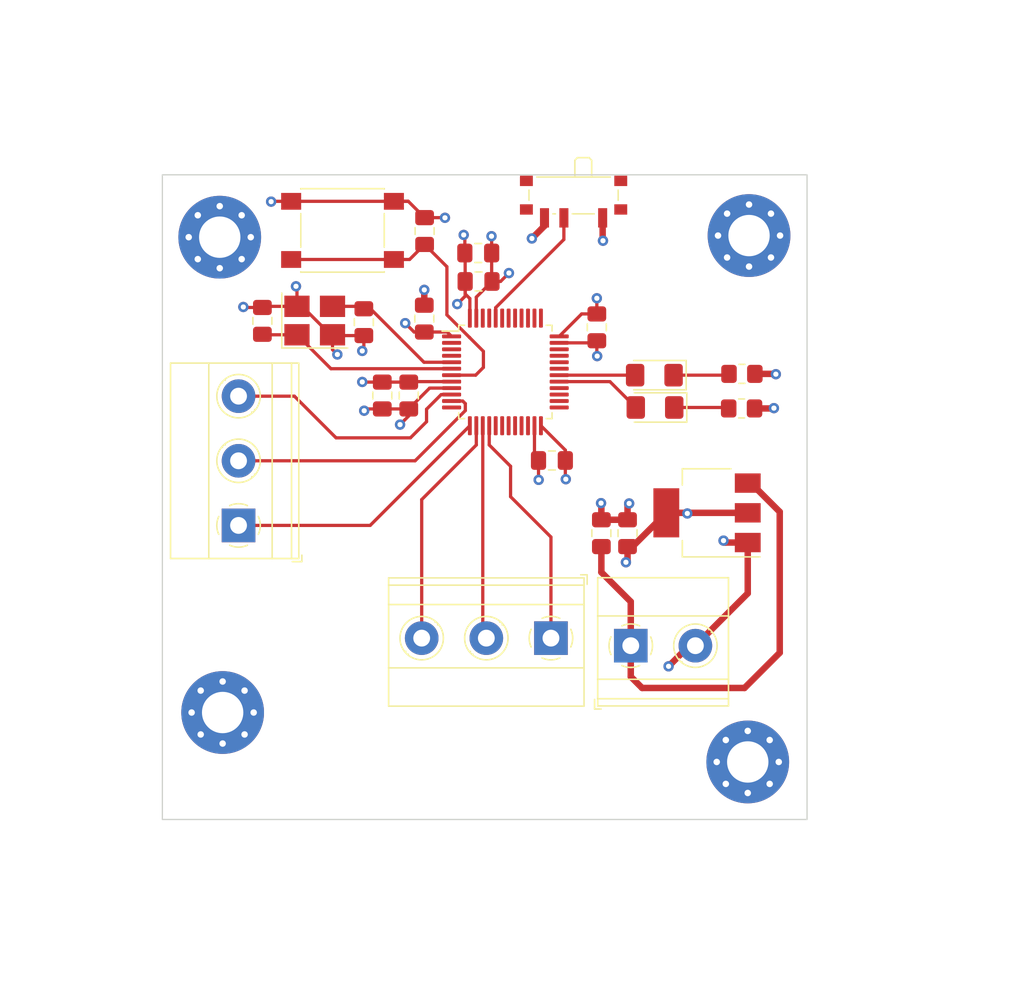
<source format=kicad_pcb>
(kicad_pcb (version 20221018) (generator pcbnew)
  (layers (0 "F.Cu" signal) (1 "In1.Cu" power) (2 "In2.Cu" power) (31 "B.Cu" signal) (34 "B.Paste" user) (35 "F.Paste" user) (36 "B.SilkS" user "B.Silkscreen") (37 "F.SilkS" user "F.Silkscreen") (38 "B.Mask" user) (39 "F.Mask" user) (44 "Edge.Cuts" user))
  (net 0 "")
  (net 1 "HSE_IN")
  (net 2 "GND")
  (net 3 "HSE_OUT")
  (net 4 "NRST")
  (net 5 "+3.3V")
  (net 6 "Net-(D1-K)")
  (net 7 "Net-(D1-A)")
  (net 8 "Net-(D2-K)")
  (net 9 "Net-(D2-A)")
  (net 10 "Temp1")
  (net 11 "WheelSpeed1")
  (net 12 "LinPot1")
  (net 13 "Temp2")
  (net 14 "WheelSpeed2")
  (net 15 "LinPot2")
  (net 16 "Boot0")
  (net 44 "+5V")
  (footprint "Button_Switch_SMD:SW_Push_1P1T_NO_6x6mm_H9.5mm" (layer "F.Cu") (at 127.525 86.95)
    (fp_text reference "SW2" hide)
    (fp_text value "NRST" hide)
    (fp_line (start -3.23 -3.23) (end 3.23 -3.23) (stroke (width 0.12)) (layer "F.SilkS"))
    (fp_line (start -3.23 -3.2) (end -3.23 -3.23) (stroke (width 0.12)) (layer "F.SilkS"))
    (fp_line (start -3.23 -1.3) (end -3.23 1.3) (stroke (width 0.12)) (layer "F.SilkS"))
    (fp_line (start -3.23 3.23) (end -3.23 3.2) (stroke (width 0.12)) (layer "F.SilkS"))
    (fp_line (start -3.23 3.23) (end 3.23 3.23) (stroke (width 0.12)) (layer "F.SilkS"))
    (fp_line (start 3.23 -3.23) (end 3.23 -3.2) (stroke (width 0.12)) (layer "F.SilkS"))
    (fp_line (start 3.23 -1.3) (end 3.23 1.3) (stroke (width 0.12)) (layer "F.SilkS"))
    (fp_line (start 3.23 3.23) (end 3.23 3.2) (stroke (width 0.12)) (layer "F.SilkS"))
    (pad "1" smd rect (at -3.975 -2.25) (size 1.55 1.3) (layers "F.Cu" "F.Paste" "F.Mask") (net 2 "GND"))
    (pad "1" smd rect (at 3.975 -2.25) (size 1.55 1.3) (layers "F.Cu" "F.Paste" "F.Mask") (net 2 "GND"))
    (pad "2" smd rect (at -3.975 2.25) (size 1.55 1.3) (layers "F.Cu" "F.Paste" "F.Mask") (net 4 "NRST"))
    (pad "2" smd rect (at 3.975 2.25) (size 1.55 1.3) (layers "F.Cu" "F.Paste" "F.Mask") (net 4 "NRST"))
  )
  (footprint "Resistor_SMD:R_0805_2012Metric_Pad1.20x1.40mm_HandSolder" (layer "F.Cu") (at 158.425 98.05)
    (fp_text reference "R1" hide)
    (fp_text value "220")
    (fp_line (start -0.227064 -0.735) (end 0.227064 -0.735) (stroke (width 0.12)) (layer "F.SilkS"))
    (fp_line (start -0.227064 0.735) (end 0.227064 0.735) (stroke (width 0.12)) (layer "F.SilkS"))
    (pad "1" smd roundrect (at -1 0) (size 1.2 1.4) (layers "F.Cu" "F.Paste" "F.Mask") (roundrect_rratio 0.208333) (net 8 "Net-(D2-K)"))
    (pad "2" smd roundrect (at 1 0) (size 1.2 1.4) (layers "F.Cu" "F.Paste" "F.Mask") (roundrect_rratio 0.208333) (net 2 "GND"))
  )
  (footprint "TerminalBlock_Phoenix:TerminalBlock_Phoenix_MKDS-1,5-2_1x02_P5.00mm_Horizontal" (layer "F.Cu") (at 149.825 119.08)
    (fp_text reference "J1" hide)
    (fp_text value "PWR")
    (fp_line (start -2.8 4.16) (end -2.8 4.9) (stroke (width 0.12)) (layer "F.SilkS"))
    (fp_line (start -2.8 4.9) (end -2.3 4.9) (stroke (width 0.12)) (layer "F.SilkS"))
    (fp_line (start -2.56 -5.261) (end -2.56 4.66) (stroke (width 0.12)) (layer "F.SilkS"))
    (fp_line (start -2.56 -5.261) (end 7.56 -5.261) (stroke (width 0.12)) (layer "F.SilkS"))
    (fp_line (start -2.56 -2.301) (end 7.56 -2.301) (stroke (width 0.12)) (layer "F.SilkS"))
    (fp_line (start -2.56 2.6) (end 7.56 2.6) (stroke (width 0.12)) (layer "F.SilkS"))
    (fp_line (start -2.56 4.1) (end 7.56 4.1) (stroke (width 0.12)) (layer "F.SilkS"))
    (fp_line (start -2.56 4.66) (end 7.56 4.66) (stroke (width 0.12)) (layer "F.SilkS"))
    (fp_line (start 3.773 1.023) (end 3.726 1.069) (stroke (width 0.12)) (layer "F.SilkS"))
    (fp_line (start 3.966 1.239) (end 3.931 1.274) (stroke (width 0.12)) (layer "F.SilkS"))
    (fp_line (start 6.07 -1.275) (end 6.035 -1.239) (stroke (width 0.12)) (layer "F.SilkS"))
    (fp_line (start 6.275 -1.069) (end 6.228 -1.023) (stroke (width 0.12)) (layer "F.SilkS"))
    (fp_line (start 7.56 -5.261) (end 7.56 4.66) (stroke (width 0.12)) (layer "F.SilkS"))
    (fp_arc (start -1.535427 0.683042) (mid -1.680501 -0.000524) (end -1.535 -0.684) (stroke (width 0.12)) (layer "F.SilkS"))
    (fp_arc (start -0.683042 -1.535427) (mid 0.000524 -1.680501) (end 0.684 -1.535) (stroke (width 0.12)) (layer "F.SilkS"))
    (fp_arc (start 0.028805 1.680253) (mid -0.335551 1.646659) (end -0.684 1.535) (stroke (width 0.12)) (layer "F.SilkS"))
    (fp_arc (start 0.683318 1.534756) (mid 0.349292 1.643288) (end 0 1.68) (stroke (width 0.12)) (layer "F.SilkS"))
    (fp_arc (start 1.535427 -0.683042) (mid 1.680501 0.000524) (end 1.535 0.684) (stroke (width 0.12)) (layer "F.SilkS"))
    (fp_circle (center 5 0) (end 6.68 0) (stroke (width 0.12)) (fill none) (layer "F.SilkS"))
    (pad "1" thru_hole rect (at 0 0) (size 2.6 2.6) (drill 1.3) (layers "*.Cu" "*.Mask") (net 44 "+5V"))
    (pad "2" thru_hole circle (at 5 0) (size 2.6 2.6) (drill 1.3) (layers "*.Cu" "*.Mask") (net 2 "GND"))
  )
  (footprint "MountingHole:MountingHole_3.2mm_M3_Pad_Via" (layer "F.Cu") (at 158.875 128.075)
    (fp_text reference "H4" hide)
    (fp_text value "MountingHole")
    (pad "1" thru_hole circle (at -2.4 0) (size 0.8 0.8) (drill 0.5) (layers "*.Cu" "*.Mask"))
    (pad "1" thru_hole circle (at -1.697056 -1.697056) (size 0.8 0.8) (drill 0.5) (layers "*.Cu" "*.Mask"))
    (pad "1" thru_hole circle (at -1.697056 1.697056) (size 0.8 0.8) (drill 0.5) (layers "*.Cu" "*.Mask"))
    (pad "1" thru_hole circle (at 0 -2.4) (size 0.8 0.8) (drill 0.5) (layers "*.Cu" "*.Mask"))
    (pad "1" thru_hole circle (at 0 0) (size 6.4 6.4) (drill 3.2) (layers "*.Cu" "*.Mask"))
    (pad "1" thru_hole circle (at 0 2.4) (size 0.8 0.8) (drill 0.5) (layers "*.Cu" "*.Mask"))
    (pad "1" thru_hole circle (at 1.697056 -1.697056) (size 0.8 0.8) (drill 0.5) (layers "*.Cu" "*.Mask"))
    (pad "1" thru_hole circle (at 1.697056 1.697056) (size 0.8 0.8) (drill 0.5) (layers "*.Cu" "*.Mask"))
    (pad "1" thru_hole circle (at 2.4 0) (size 0.8 0.8) (drill 0.5) (layers "*.Cu" "*.Mask"))
  )
  (footprint "Capacitor_SMD:C_0805_2012Metric_Pad1.18x1.45mm_HandSolder" (layer "F.Cu") (at 132.65 99.725 90)
    (fp_text reference "C9" hide)
    (fp_text value "100n")
    (fp_line (start -0.261252 -0.735) (end 0.261252 -0.735) (stroke (width 0.12)) (layer "F.SilkS"))
    (fp_line (start -0.261252 0.735) (end 0.261252 0.735) (stroke (width 0.12)) (layer "F.SilkS"))
    (pad "1" smd roundrect (at -1.0375 0 90) (size 1.175 1.45) (layers "F.Cu" "F.Paste" "F.Mask") (roundrect_rratio 0.212766) (net 5 "+3.3V"))
    (pad "2" smd roundrect (at 1.0375 0 90) (size 1.175 1.45) (layers "F.Cu" "F.Paste" "F.Mask") (roundrect_rratio 0.212766) (net 2 "GND"))
  )
  (footprint "Capacitor_SMD:C_0805_2012Metric_Pad1.18x1.45mm_HandSolder" (layer "F.Cu") (at 138.025 88.7)
    (fp_text reference "C8" hide)
    (fp_text value "4.7u")
    (fp_line (start -0.261252 -0.735) (end 0.261252 -0.735) (stroke (width 0.12)) (layer "F.SilkS"))
    (fp_line (start -0.261252 0.735) (end 0.261252 0.735) (stroke (width 0.12)) (layer "F.SilkS"))
    (pad "1" smd roundrect (at -1.0375 0) (size 1.175 1.45) (layers "F.Cu" "F.Paste" "F.Mask") (roundrect_rratio 0.212766) (net 5 "+3.3V"))
    (pad "2" smd roundrect (at 1.0375 0) (size 1.175 1.45) (layers "F.Cu" "F.Paste" "F.Mask") (roundrect_rratio 0.212766) (net 2 "GND"))
  )
  (footprint "LED_SMD:LED_1206_3216Metric_Pad1.42x1.75mm_HandSolder" (layer "F.Cu") (at 151.65 98.15 180)
    (fp_text reference "D2" hide)
    (fp_text value "LED_status 2")
    (fp_line (start -2.46 -1.135) (end -2.46 1.135) (stroke (width 0.12)) (layer "F.SilkS"))
    (fp_line (start -2.46 1.135) (end 1.6 1.135) (stroke (width 0.12)) (layer "F.SilkS"))
    (fp_line (start 1.6 -1.135) (end -2.46 -1.135) (stroke (width 0.12)) (layer "F.SilkS"))
    (pad "1" smd roundrect (at -1.4875 0 180) (size 1.425 1.75) (layers "F.Cu" "F.Paste" "F.Mask") (roundrect_rratio 0.175439) (net 8 "Net-(D2-K)"))
    (pad "2" smd roundrect (at 1.4875 0 180) (size 1.425 1.75) (layers "F.Cu" "F.Paste" "F.Mask") (roundrect_rratio 0.175439) (net 9 "Net-(D2-A)"))
  )
  (footprint "MountingHole:MountingHole_3.2mm_M3_Pad_Via" (layer "F.Cu") (at 118.25 124.25)
    (fp_text reference "H1" hide)
    (fp_text value "MountingHole")
    (pad "1" thru_hole circle (at -2.4 0) (size 0.8 0.8) (drill 0.5) (layers "*.Cu" "*.Mask"))
    (pad "1" thru_hole circle (at -1.697056 -1.697056) (size 0.8 0.8) (drill 0.5) (layers "*.Cu" "*.Mask"))
    (pad "1" thru_hole circle (at -1.697056 1.697056) (size 0.8 0.8) (drill 0.5) (layers "*.Cu" "*.Mask"))
    (pad "1" thru_hole circle (at 0 -2.4) (size 0.8 0.8) (drill 0.5) (layers "*.Cu" "*.Mask"))
    (pad "1" thru_hole circle (at 0 0) (size 6.4 6.4) (drill 3.2) (layers "*.Cu" "*.Mask"))
    (pad "1" thru_hole circle (at 0 2.4) (size 0.8 0.8) (drill 0.5) (layers "*.Cu" "*.Mask"))
    (pad "1" thru_hole circle (at 1.697056 -1.697056) (size 0.8 0.8) (drill 0.5) (layers "*.Cu" "*.Mask"))
    (pad "1" thru_hole circle (at 1.697056 1.697056) (size 0.8 0.8) (drill 0.5) (layers "*.Cu" "*.Mask"))
    (pad "1" thru_hole circle (at 2.4 0) (size 0.8 0.8) (drill 0.5) (layers "*.Cu" "*.Mask"))
  )
  (footprint "Package_QFP:LQFP-48_7x7mm_P0.5mm" (layer "F.Cu") (at 140.125 97.9)
    (fp_text reference "U1" hide)
    (fp_text value "STM32F103C8Tx")
    (fp_line (start -3.61 -3.61) (end -3.61 -3.16) (stroke (width 0.12)) (layer "F.SilkS"))
    (fp_line (start -3.61 -3.16) (end -4.9 -3.16) (stroke (width 0.12)) (layer "F.SilkS"))
    (fp_line (start -3.61 3.61) (end -3.61 3.16) (stroke (width 0.12)) (layer "F.SilkS"))
    (fp_line (start -3.16 -3.61) (end -3.61 -3.61) (stroke (width 0.12)) (layer "F.SilkS"))
    (fp_line (start -3.16 3.61) (end -3.61 3.61) (stroke (width 0.12)) (layer "F.SilkS"))
    (fp_line (start 3.16 -3.61) (end 3.61 -3.61) (stroke (width 0.12)) (layer "F.SilkS"))
    (fp_line (start 3.16 3.61) (end 3.61 3.61) (stroke (width 0.12)) (layer "F.SilkS"))
    (fp_line (start 3.61 -3.61) (end 3.61 -3.16) (stroke (width 0.12)) (layer "F.SilkS"))
    (fp_line (start 3.61 3.61) (end 3.61 3.16) (stroke (width 0.12)) (layer "F.SilkS"))
    (pad "1" smd roundrect (at -4.1625 -2.75) (size 1.475 0.3) (layers "F.Cu" "F.Paste" "F.Mask") (net 5 "+3.3V"))
    (pad "2" smd roundrect (at -4.1625 -2.25) (size 1.475 0.3) (layers "F.Cu" "F.Paste" "F.Mask"))
    (pad "3" smd roundrect (at -4.1625 -1.75) (size 1.475 0.3) (layers "F.Cu" "F.Paste" "F.Mask"))
    (pad "4" smd roundrect (at -4.1625 -1.25) (size 1.475 0.3) (layers "F.Cu" "F.Paste" "F.Mask"))
    (pad "5" smd roundrect (at -4.1625 -0.75) (size 1.475 0.3) (layers "F.Cu" "F.Paste" "F.Mask") (net 3 "HSE_OUT"))
    (pad "6" smd roundrect (at -4.1625 -0.25) (size 1.475 0.3) (layers "F.Cu" "F.Paste" "F.Mask") (net 1 "HSE_IN"))
    (pad "7" smd roundrect (at -4.1625 0.25) (size 1.475 0.3) (layers "F.Cu" "F.Paste" "F.Mask") (net 4 "NRST"))
    (pad "8" smd roundrect (at -4.1625 0.75) (size 1.475 0.3) (layers "F.Cu" "F.Paste" "F.Mask") (net 2 "GND"))
    (pad "9" smd roundrect (at -4.1625 1.25) (size 1.475 0.3) (layers "F.Cu" "F.Paste" "F.Mask") (net 5 "+3.3V"))
    (pad "10" smd roundrect (at -4.1625 1.75) (size 1.475 0.3) (layers "F.Cu" "F.Paste" "F.Mask") (net 12 "LinPot1"))
    (pad "11" smd roundrect (at -4.1625 2.25) (size 1.475 0.3) (layers "F.Cu" "F.Paste" "F.Mask") (net 15 "LinPot2"))
    (pad "12" smd roundrect (at -4.1625 2.75) (size 1.475 0.3) (layers "F.Cu" "F.Paste" "F.Mask"))
    (pad "13" smd roundrect (at -2.75 4.1625) (size 0.3 1.475) (layers "F.Cu" "F.Paste" "F.Mask") (net 11 "WheelSpeed1"))
    (pad "14" smd roundrect (at -2.25 4.1625) (size 0.3 1.475) (layers "F.Cu" "F.Paste" "F.Mask") (net 14 "WheelSpeed2"))
    (pad "15" smd roundrect (at -1.75 4.1625) (size 0.3 1.475) (layers "F.Cu" "F.Paste" "F.Mask") (net 10 "Temp1"))
    (pad "16" smd roundrect (at -1.25 4.1625) (size 0.3 1.475) (layers "F.Cu" "F.Paste" "F.Mask") (net 13 "Temp2"))
    (pad "17" smd roundrect (at -0.75 4.1625) (size 0.3 1.475) (layers "F.Cu" "F.Paste" "F.Mask"))
    (pad "18" smd roundrect (at -0.25 4.1625) (size 0.3 1.475) (layers "F.Cu" "F.Paste" "F.Mask"))
    (pad "19" smd roundrect (at 0.25 4.1625) (size 0.3 1.475) (layers "F.Cu" "F.Paste" "F.Mask"))
    (pad "20" smd roundrect (at 0.75 4.1625) (size 0.3 1.475) (layers "F.Cu" "F.Paste" "F.Mask"))
    (pad "21" smd roundrect (at 1.25 4.1625) (size 0.3 1.475) (layers "F.Cu" "F.Paste" "F.Mask"))
    (pad "22" smd roundrect (at 1.75 4.1625) (size 0.3 1.475) (layers "F.Cu" "F.Paste" "F.Mask"))
    (pad "23" smd roundrect (at 2.25 4.1625) (size 0.3 1.475) (layers "F.Cu" "F.Paste" "F.Mask") (net 2 "GND"))
    (pad "24" smd roundrect (at 2.75 4.1625) (size 0.3 1.475) (layers "F.Cu" "F.Paste" "F.Mask") (net 5 "+3.3V"))
    (pad "25" smd roundrect (at 4.1625 2.75) (size 1.475 0.3) (layers "F.Cu" "F.Paste" "F.Mask"))
    (pad "26" smd roundrect (at 4.1625 2.25) (size 1.475 0.3) (layers "F.Cu" "F.Paste" "F.Mask"))
    (pad "27" smd roundrect (at 4.1625 1.75) (size 1.475 0.3) (layers "F.Cu" "F.Paste" "F.Mask"))
    (pad "28" smd roundrect (at 4.1625 1.25) (size 1.475 0.3) (layers "F.Cu" "F.Paste" "F.Mask"))
    (pad "29" smd roundrect (at 4.1625 0.75) (size 1.475 0.3) (layers "F.Cu" "F.Paste" "F.Mask") (net 7 "Net-(D1-A)"))
    (pad "30" smd roundrect (at 4.1625 0.25) (size 1.475 0.3) (layers "F.Cu" "F.Paste" "F.Mask") (net 9 "Net-(D2-A)"))
    (pad "31" smd roundrect (at 4.1625 -0.25) (size 1.475 0.3) (layers "F.Cu" "F.Paste" "F.Mask"))
    (pad "32" smd roundrect (at 4.1625 -0.75) (size 1.475 0.3) (layers "F.Cu" "F.Paste" "F.Mask"))
    (pad "33" smd roundrect (at 4.1625 -1.25) (size 1.475 0.3) (layers "F.Cu" "F.Paste" "F.Mask"))
    (pad "34" smd roundrect (at 4.1625 -1.75) (size 1.475 0.3) (layers "F.Cu" "F.Paste" "F.Mask"))
    (pad "35" smd roundrect (at 4.1625 -2.25) (size 1.475 0.3) (layers "F.Cu" "F.Paste" "F.Mask") (net 2 "GND"))
    (pad "36" smd roundrect (at 4.1625 -2.75) (size 1.475 0.3) (layers "F.Cu" "F.Paste" "F.Mask") (net 5 "+3.3V"))
    (pad "37" smd roundrect (at 2.75 -4.1625) (size 0.3 1.475) (layers "F.Cu" "F.Paste" "F.Mask"))
    (pad "38" smd roundrect (at 2.25 -4.1625) (size 0.3 1.475) (layers "F.Cu" "F.Paste" "F.Mask"))
    (pad "39" smd roundrect (at 1.75 -4.1625) (size 0.3 1.475) (layers "F.Cu" "F.Paste" "F.Mask"))
    (pad "40" smd roundrect (at 1.25 -4.1625) (size 0.3 1.475) (layers "F.Cu" "F.Paste" "F.Mask"))
    (pad "41" smd roundrect (at 0.75 -4.1625) (size 0.3 1.475) (layers "F.Cu" "F.Paste" "F.Mask"))
    (pad "42" smd roundrect (at 0.25 -4.1625) (size 0.3 1.475) (layers "F.Cu" "F.Paste" "F.Mask"))
    (pad "43" smd roundrect (at -0.25 -4.1625) (size 0.3 1.475) (layers "F.Cu" "F.Paste" "F.Mask"))
    (pad "44" smd roundrect (at -0.75 -4.1625) (size 0.3 1.475) (layers "F.Cu" "F.Paste" "F.Mask") (net 16 "Boot0"))
    (pad "45" smd roundrect (at -1.25 -4.1625) (size 0.3 1.475) (layers "F.Cu" "F.Paste" "F.Mask"))
    (pad "46" smd roundrect (at -1.75 -4.1625) (size 0.3 1.475) (layers "F.Cu" "F.Paste" "F.Mask"))
    (pad "47" smd roundrect (at -2.25 -4.1625) (size 0.3 1.475) (layers "F.Cu" "F.Paste" "F.Mask") (net 2 "GND"))
    (pad "48" smd roundrect (at -2.75 -4.1625) (size 0.3 1.475) (layers "F.Cu" "F.Paste" "F.Mask") (net 5 "+3.3V"))
  )
  (footprint "Capacitor_SMD:C_0805_2012Metric_Pad1.18x1.45mm_HandSolder" (layer "F.Cu") (at 147.2 94.45 -90)
    (fp_text reference "C6" hide)
    (fp_text value "100n")
    (fp_line (start -0.261252 -0.735) (end 0.261252 -0.735) (stroke (width 0.12)) (layer "F.SilkS"))
    (fp_line (start -0.261252 0.735) (end 0.261252 0.735) (stroke (width 0.12)) (layer "F.SilkS"))
    (pad "1" smd roundrect (at -1.0375 0 270) (size 1.175 1.45) (layers "F.Cu" "F.Paste" "F.Mask") (roundrect_rratio 0.212766) (net 5 "+3.3V"))
    (pad "2" smd roundrect (at 1.0375 0 270) (size 1.175 1.45) (layers "F.Cu" "F.Paste" "F.Mask") (roundrect_rratio 0.212766) (net 2 "GND"))
  )
  (footprint "Package_TO_SOT_SMD:SOT-223-3_TabPin2" (layer "F.Cu") (at 155.725 108.8 180)
    (fp_text reference "U2" hide)
    (fp_text value "AMS1117-3.3")
    (fp_line (start -4.1 -3.41) (end 1.91 -3.41) (stroke (width 0.12)) (layer "F.SilkS"))
    (fp_line (start -1.85 3.41) (end 1.91 3.41) (stroke (width 0.12)) (layer "F.SilkS"))
    (fp_line (start 1.91 -3.41) (end 1.91 -2.15) (stroke (width 0.12)) (layer "F.SilkS"))
    (fp_line (start 1.91 3.41) (end 1.91 2.15) (stroke (width 0.12)) (layer "F.SilkS"))
    (pad "1" smd rect (at -3.15 -2.3 180) (size 2 1.5) (layers "F.Cu" "F.Paste" "F.Mask") (net 2 "GND"))
    (pad "2" smd rect (at -3.15 0 180) (size 2 1.5) (layers "F.Cu" "F.Paste" "F.Mask") (net 5 "+3.3V"))
    (pad "2" smd rect (at 3.15 0 180) (size 2 3.8) (layers "F.Cu" "F.Paste" "F.Mask") (net 5 "+3.3V"))
    (pad "3" smd rect (at -3.15 2.3 180) (size 2 1.5) (layers "F.Cu" "F.Paste" "F.Mask") (net 44 "+5V"))
  )
  (footprint "Capacitor_SMD:C_0805_2012Metric_Pad1.18x1.45mm_HandSolder" (layer "F.Cu") (at 147.55 110.375 90)
    (fp_text reference "C12" hide)
    (fp_text value "19u")
    (fp_line (start -0.261252 -0.735) (end 0.261252 -0.735) (stroke (width 0.12)) (layer "F.SilkS"))
    (fp_line (start -0.261252 0.735) (end 0.261252 0.735) (stroke (width 0.12)) (layer "F.SilkS"))
    (pad "1" smd roundrect (at -1.0375 0 90) (size 1.175 1.45) (layers "F.Cu" "F.Paste" "F.Mask") (roundrect_rratio 0.212766) (net 44 "+5V"))
    (pad "2" smd roundrect (at 1.0375 0 90) (size 1.175 1.45) (layers "F.Cu" "F.Paste" "F.Mask") (roundrect_rratio 0.212766) (net 2 "GND"))
  )
  (footprint "Capacitor_SMD:C_0805_2012Metric_Pad1.18x1.45mm_HandSolder" (layer "F.Cu") (at 130.6 99.725 90)
    (fp_text reference "C10" hide)
    (fp_text value "1u")
    (fp_line (start -0.261252 -0.735) (end 0.261252 -0.735) (stroke (width 0.12)) (layer "F.SilkS"))
    (fp_line (start -0.261252 0.735) (end 0.261252 0.735) (stroke (width 0.12)) (layer "F.SilkS"))
    (pad "1" smd roundrect (at -1.0375 0 90) (size 1.175 1.45) (layers "F.Cu" "F.Paste" "F.Mask") (roundrect_rratio 0.212766) (net 5 "+3.3V"))
    (pad "2" smd roundrect (at 1.0375 0 90) (size 1.175 1.45) (layers "F.Cu" "F.Paste" "F.Mask") (roundrect_rratio 0.212766) (net 2 "GND"))
  )
  (footprint "TerminalBlock_Phoenix:TerminalBlock_Phoenix_MKDS-1,5-3_1x03_P5.00mm_Horizontal" (layer "F.Cu") (at 143.65 118.495 180)
    (fp_text reference "J3" hide)
    (fp_text value "Wheel 1 sensors")
    (fp_line (start -2.8 4.16) (end -2.8 4.9) (stroke (width 0.12)) (layer "F.SilkS"))
    (fp_line (start -2.8 4.9) (end -2.3 4.9) (stroke (width 0.12)) (layer "F.SilkS"))
    (fp_line (start -2.56 -5.261) (end -2.56 4.66) (stroke (width 0.12)) (layer "F.SilkS"))
    (fp_line (start -2.56 -5.261) (end 12.56 -5.261) (stroke (width 0.12)) (layer "F.SilkS"))
    (fp_line (start -2.56 -2.301) (end 12.56 -2.301) (stroke (width 0.12)) (layer "F.SilkS"))
    (fp_line (start -2.56 2.6) (end 12.56 2.6) (stroke (width 0.12)) (layer "F.SilkS"))
    (fp_line (start -2.56 4.1) (end 12.56 4.1) (stroke (width 0.12)) (layer "F.SilkS"))
    (fp_line (start -2.56 4.66) (end 12.56 4.66) (stroke (width 0.12)) (layer "F.SilkS"))
    (fp_line (start 3.773 1.023) (end 3.726 1.069) (stroke (width 0.12)) (layer "F.SilkS"))
    (fp_line (start 3.966 1.239) (end 3.931 1.274) (stroke (width 0.12)) (layer "F.SilkS"))
    (fp_line (start 6.07 -1.275) (end 6.035 -1.239) (stroke (width 0.12)) (layer "F.SilkS"))
    (fp_line (start 6.275 -1.069) (end 6.228 -1.023) (stroke (width 0.12)) (layer "F.SilkS"))
    (fp_line (start 8.773 1.023) (end 8.726 1.069) (stroke (width 0.12)) (layer "F.SilkS"))
    (fp_line (start 8.966 1.239) (end 8.931 1.274) (stroke (width 0.12)) (layer "F.SilkS"))
    (fp_line (start 11.07 -1.275) (end 11.035 -1.239) (stroke (width 0.12)) (layer "F.SilkS"))
    (fp_line (start 11.275 -1.069) (end 11.228 -1.023) (stroke (width 0.12)) (layer "F.SilkS"))
    (fp_line (start 12.56 -5.261) (end 12.56 4.66) (stroke (width 0.12)) (layer "F.SilkS"))
    (fp_arc (start -1.535427 0.683042) (mid -1.680501 -0.000524) (end -1.535 -0.684) (stroke (width 0.12)) (layer "F.SilkS"))
    (fp_arc (start -0.683042 -1.535427) (mid 0.000524 -1.680501) (end 0.684 -1.535) (stroke (width 0.12)) (layer "F.SilkS"))
    (fp_arc (start 0.028805 1.680253) (mid -0.335551 1.646659) (end -0.684 1.535) (stroke (width 0.12)) (layer "F.SilkS"))
    (fp_arc (start 0.683318 1.534756) (mid 0.349292 1.643288) (end 0 1.68) (stroke (width 0.12)) (layer "F.SilkS"))
    (fp_arc (start 1.535427 -0.683042) (mid 1.680501 0.000524) (end 1.535 0.684) (stroke (width 0.12)) (layer "F.SilkS"))
    (fp_circle (center 5 0) (end 6.68 0) (stroke (width 0.12)) (fill none) (layer "F.SilkS"))
    (fp_circle (center 10 0) (end 11.68 0) (stroke (width 0.12)) (fill none) (layer "F.SilkS"))
    (pad "1" thru_hole rect (at 0 0 180) (size 2.6 2.6) (drill 1.3) (layers "*.Cu" "*.Mask") (net 13 "Temp2"))
    (pad "2" thru_hole circle (at 5 0 180) (size 2.6 2.6) (drill 1.3) (layers "*.Cu" "*.Mask") (net 10 "Temp1"))
    (pad "3" thru_hole circle (at 10 0 180) (size 2.6 2.6) (drill 1.3) (layers "*.Cu" "*.Mask") (net 14 "WheelSpeed2"))
  )
  (footprint "TerminalBlock_Phoenix:TerminalBlock_Phoenix_MKDS-1,5-3_1x03_P5.00mm_Horizontal" (layer "F.Cu") (at 119.48 109.775 90)
    (fp_text reference "J4" hide)
    (fp_text value "Wheel 2 sensors")
    (fp_line (start -2.8 4.16) (end -2.8 4.9) (stroke (width 0.12)) (layer "F.SilkS"))
    (fp_line (start -2.8 4.9) (end -2.3 4.9) (stroke (width 0.12)) (layer "F.SilkS"))
    (fp_line (start -2.56 -5.261) (end -2.56 4.66) (stroke (width 0.12)) (layer "F.SilkS"))
    (fp_line (start -2.56 -5.261) (end 12.56 -5.261) (stroke (width 0.12)) (layer "F.SilkS"))
    (fp_line (start -2.56 -2.301) (end 12.56 -2.301) (stroke (width 0.12)) (layer "F.SilkS"))
    (fp_line (start -2.56 2.6) (end 12.56 2.6) (stroke (width 0.12)) (layer "F.SilkS"))
    (fp_line (start -2.56 4.1) (end 12.56 4.1) (stroke (width 0.12)) (layer "F.SilkS"))
    (fp_line (start -2.56 4.66) (end 12.56 4.66) (stroke (width 0.12)) (layer "F.SilkS"))
    (fp_line (start 3.773 1.023) (end 3.726 1.069) (stroke (width 0.12)) (layer "F.SilkS"))
    (fp_line (start 3.966 1.239) (end 3.931 1.274) (stroke (width 0.12)) (layer "F.SilkS"))
    (fp_line (start 6.07 -1.275) (end 6.035 -1.239) (stroke (width 0.12)) (layer "F.SilkS"))
    (fp_line (start 6.275 -1.069) (end 6.228 -1.023) (stroke (width 0.12)) (layer "F.SilkS"))
    (fp_line (start 8.773 1.023) (end 8.726 1.069) (stroke (width 0.12)) (layer "F.SilkS"))
    (fp_line (start 8.966 1.239) (end 8.931 1.274) (stroke (width 0.12)) (layer "F.SilkS"))
    (fp_line (start 11.07 -1.275) (end 11.035 -1.239) (stroke (width 0.12)) (layer "F.SilkS"))
    (fp_line (start 11.275 -1.069) (end 11.228 -1.023) (stroke (width 0.12)) (layer "F.SilkS"))
    (fp_line (start 12.56 -5.261) (end 12.56 4.66) (stroke (width 0.12)) (layer "F.SilkS"))
    (fp_arc (start -1.535427 0.683042) (mid -1.680501 -0.000524) (end -1.535 -0.684) (stroke (width 0.12)) (layer "F.SilkS"))
    (fp_arc (start -0.683042 -1.535427) (mid 0.000524 -1.680501) (end 0.684 -1.535) (stroke (width 0.12)) (layer "F.SilkS"))
    (fp_arc (start 0.028805 1.680253) (mid -0.335551 1.646659) (end -0.684 1.535) (stroke (width 0.12)) (layer "F.SilkS"))
    (fp_arc (start 0.683318 1.534756) (mid 0.349292 1.643288) (end 0 1.68) (stroke (width 0.12)) (layer "F.SilkS"))
    (fp_arc (start 1.535427 -0.683042) (mid 1.680501 0.000524) (end 1.535 0.684) (stroke (width 0.12)) (layer "F.SilkS"))
    (fp_circle (center 5 0) (end 6.68 0) (stroke (width 0.12)) (fill none) (layer "F.SilkS"))
    (fp_circle (center 10 0) (end 11.68 0) (stroke (width 0.12)) (fill none) (layer "F.SilkS"))
    (pad "1" thru_hole rect (at 0 0 90) (size 2.6 2.6) (drill 1.3) (layers "*.Cu" "*.Mask") (net 11 "WheelSpeed1"))
    (pad "2" thru_hole circle (at 5 0 90) (size 2.6 2.6) (drill 1.3) (layers "*.Cu" "*.Mask") (net 15 "LinPot2"))
    (pad "3" thru_hole circle (at 10 0 90) (size 2.6 2.6) (drill 1.3) (layers "*.Cu" "*.Mask") (net 12 "LinPot1"))
  )
  (footprint "Resistor_SMD:R_0805_2012Metric_Pad1.20x1.40mm_HandSolder" (layer "F.Cu") (at 158.4 100.725)
    (fp_text reference "R2" hide)
    (fp_text value "220")
    (fp_line (start -0.227064 -0.735) (end 0.227064 -0.735) (stroke (width 0.12)) (layer "F.SilkS"))
    (fp_line (start -0.227064 0.735) (end 0.227064 0.735) (stroke (width 0.12)) (layer "F.SilkS"))
    (pad "1" smd roundrect (at -1 0) (size 1.2 1.4) (layers "F.Cu" "F.Paste" "F.Mask") (roundrect_rratio 0.208333) (net 6 "Net-(D1-K)"))
    (pad "2" smd roundrect (at 1 0) (size 1.2 1.4) (layers "F.Cu" "F.Paste" "F.Mask") (roundrect_rratio 0.208333) (net 2 "GND"))
  )
  (footprint "Capacitor_SMD:C_0805_2012Metric_Pad1.18x1.45mm_HandSolder" (layer "F.Cu") (at 129.175 94.05 -90)
    (fp_text reference "C2" hide)
    (fp_text value "C")
    (fp_line (start -0.261252 -0.735) (end 0.261252 -0.735) (stroke (width 0.12)) (layer "F.SilkS"))
    (fp_line (start -0.261252 0.735) (end 0.261252 0.735) (stroke (width 0.12)) (layer "F.SilkS"))
    (pad "1" smd roundrect (at -1.0375 0 270) (size 1.175 1.45) (layers "F.Cu" "F.Paste" "F.Mask") (roundrect_rratio 0.212766) (net 3 "HSE_OUT"))
    (pad "2" smd roundrect (at 1.0375 0 270) (size 1.175 1.45) (layers "F.Cu" "F.Paste" "F.Mask") (roundrect_rratio 0.212766) (net 2 "GND"))
  )
  (footprint "Capacitor_SMD:C_0805_2012Metric_Pad1.18x1.45mm_HandSolder" (layer "F.Cu") (at 133.85 93.775 90)
    (fp_text reference "C4" hide)
    (fp_text value "100n")
    (fp_line (start -0.261252 -0.735) (end 0.261252 -0.735) (stroke (width 0.12)) (layer "F.SilkS"))
    (fp_line (start -0.261252 0.735) (end 0.261252 0.735) (stroke (width 0.12)) (layer "F.SilkS"))
    (pad "1" smd roundrect (at -1.0375 0 90) (size 1.175 1.45) (layers "F.Cu" "F.Paste" "F.Mask") (roundrect_rratio 0.212766) (net 5 "+3.3V"))
    (pad "2" smd roundrect (at 1.0375 0 90) (size 1.175 1.45) (layers "F.Cu" "F.Paste" "F.Mask") (roundrect_rratio 0.212766) (net 2 "GND"))
  )
  (footprint "Capacitor_SMD:C_0805_2012Metric_Pad1.18x1.45mm_HandSolder" (layer "F.Cu") (at 133.875 87 90)
    (fp_text reference "C3" hide)
    (fp_text value "C")
    (fp_line (start -0.261252 -0.735) (end 0.261252 -0.735) (stroke (width 0.12)) (layer "F.SilkS"))
    (fp_line (start -0.261252 0.735) (end 0.261252 0.735) (stroke (width 0.12)) (layer "F.SilkS"))
    (pad "1" smd roundrect (at -1.0375 0 90) (size 1.175 1.45) (layers "F.Cu" "F.Paste" "F.Mask") (roundrect_rratio 0.212766) (net 4 "NRST"))
    (pad "2" smd roundrect (at 1.0375 0 90) (size 1.175 1.45) (layers "F.Cu" "F.Paste" "F.Mask") (roundrect_rratio 0.212766) (net 2 "GND"))
  )
  (footprint "Capacitor_SMD:C_0805_2012Metric_Pad1.18x1.45mm_HandSolder" (layer "F.Cu") (at 121.325 93.95 90)
    (fp_text reference "C1" hide)
    (fp_text value "C")
    (fp_line (start -0.261252 -0.735) (end 0.261252 -0.735) (stroke (width 0.12)) (layer "F.SilkS"))
    (fp_line (start -0.261252 0.735) (end 0.261252 0.735) (stroke (width 0.12)) (layer "F.SilkS"))
    (pad "1" smd roundrect (at -1.0375 0 90) (size 1.175 1.45) (layers "F.Cu" "F.Paste" "F.Mask") (roundrect_rratio 0.212766) (net 1 "HSE_IN"))
    (pad "2" smd roundrect (at 1.0375 0 90) (size 1.175 1.45) (layers "F.Cu" "F.Paste" "F.Mask") (roundrect_rratio 0.212766) (net 2 "GND"))
  )
  (footprint "MountingHole:MountingHole_3.2mm_M3_Pad_Via" (layer "F.Cu") (at 118.025 87.475)
    (fp_text reference "H2" hide)
    (fp_text value "MountingHole")
    (pad "1" thru_hole circle (at -2.4 0) (size 0.8 0.8) (drill 0.5) (layers "*.Cu" "*.Mask"))
    (pad "1" thru_hole circle (at -1.697056 -1.697056) (size 0.8 0.8) (drill 0.5) (layers "*.Cu" "*.Mask"))
    (pad "1" thru_hole circle (at -1.697056 1.697056) (size 0.8 0.8) (drill 0.5) (layers "*.Cu" "*.Mask"))
    (pad "1" thru_hole circle (at 0 -2.4) (size 0.8 0.8) (drill 0.5) (layers "*.Cu" "*.Mask"))
    (pad "1" thru_hole circle (at 0 0) (size 6.4 6.4) (drill 3.2) (layers "*.Cu" "*.Mask"))
    (pad "1" thru_hole circle (at 0 2.4) (size 0.8 0.8) (drill 0.5) (layers "*.Cu" "*.Mask"))
    (pad "1" thru_hole circle (at 1.697056 -1.697056) (size 0.8 0.8) (drill 0.5) (layers "*.Cu" "*.Mask"))
    (pad "1" thru_hole circle (at 1.697056 1.697056) (size 0.8 0.8) (drill 0.5) (layers "*.Cu" "*.Mask"))
    (pad "1" thru_hole circle (at 2.4 0) (size 0.8 0.8) (drill 0.5) (layers "*.Cu" "*.Mask"))
  )
  (footprint "Capacitor_SMD:C_0805_2012Metric_Pad1.18x1.45mm_HandSolder" (layer "F.Cu") (at 149.575 110.375 90)
    (fp_text reference "C11" hide)
    (fp_text value "22u")
    (fp_line (start -0.261252 -0.735) (end 0.261252 -0.735) (stroke (width 0.12)) (layer "F.SilkS"))
    (fp_line (start -0.261252 0.735) (end 0.261252 0.735) (stroke (width 0.12)) (layer "F.SilkS"))
    (pad "1" smd roundrect (at -1.0375 0 90) (size 1.175 1.45) (layers "F.Cu" "F.Paste" "F.Mask") (roundrect_rratio 0.212766) (net 5 "+3.3V"))
    (pad "2" smd roundrect (at 1.0375 0 90) (size 1.175 1.45) (layers "F.Cu" "F.Paste" "F.Mask") (roundrect_rratio 0.212766) (net 2 "GND"))
  )
  (footprint "MountingHole:MountingHole_3.2mm_M3_Pad_Via" (layer "F.Cu") (at 158.975 87.35)
    (fp_text reference "H3" hide)
    (fp_text value "MountingHole")
    (pad "1" thru_hole circle (at -2.4 0) (size 0.8 0.8) (drill 0.5) (layers "*.Cu" "*.Mask"))
    (pad "1" thru_hole circle (at -1.697056 -1.697056) (size 0.8 0.8) (drill 0.5) (layers "*.Cu" "*.Mask"))
    (pad "1" thru_hole circle (at -1.697056 1.697056) (size 0.8 0.8) (drill 0.5) (layers "*.Cu" "*.Mask"))
    (pad "1" thru_hole circle (at 0 -2.4) (size 0.8 0.8) (drill 0.5) (layers "*.Cu" "*.Mask"))
    (pad "1" thru_hole circle (at 0 0) (size 6.4 6.4) (drill 3.2) (layers "*.Cu" "*.Mask"))
    (pad "1" thru_hole circle (at 0 2.4) (size 0.8 0.8) (drill 0.5) (layers "*.Cu" "*.Mask"))
    (pad "1" thru_hole circle (at 1.697056 -1.697056) (size 0.8 0.8) (drill 0.5) (layers "*.Cu" "*.Mask"))
    (pad "1" thru_hole circle (at 1.697056 1.697056) (size 0.8 0.8) (drill 0.5) (layers "*.Cu" "*.Mask"))
    (pad "1" thru_hole circle (at 2.4 0) (size 0.8 0.8) (drill 0.5) (layers "*.Cu" "*.Mask"))
  )
  (footprint "LED_SMD:LED_1206_3216Metric_Pad1.42x1.75mm_HandSolder" (layer "F.Cu") (at 151.7 100.65 180)
    (fp_text reference "D1" hide)
    (fp_text value "LED_status 1")
    (fp_line (start -2.46 -1.135) (end -2.46 1.135) (stroke (width 0.12)) (layer "F.SilkS"))
    (fp_line (start -2.46 1.135) (end 1.6 1.135) (stroke (width 0.12)) (layer "F.SilkS"))
    (fp_line (start 1.6 -1.135) (end -2.46 -1.135) (stroke (width 0.12)) (layer "F.SilkS"))
    (pad "1" smd roundrect (at -1.4875 0 180) (size 1.425 1.75) (layers "F.Cu" "F.Paste" "F.Mask") (roundrect_rratio 0.175439) (net 6 "Net-(D1-K)"))
    (pad "2" smd roundrect (at 1.4875 0 180) (size 1.425 1.75) (layers "F.Cu" "F.Paste" "F.Mask") (roundrect_rratio 0.175439) (net 7 "Net-(D1-A)"))
  )
  (footprint "Button_Switch_SMD:SW_SPDT_PCM12" (layer "F.Cu") (at 145.4 84.55 180)
    (fp_text reference "SW1" hide)
    (fp_text value "BOOT0 Selector")
    (fp_line (start -3.45 -0.07) (end -3.45 0.72) (stroke (width 0.12)) (layer "F.SilkS"))
    (fp_line (start -2.85 1.73) (end 2.85 1.73) (stroke (width 0.12)) (layer "F.SilkS"))
    (fp_line (start -1.6 -1.12) (end 0.1 -1.12) (stroke (width 0.12)) (layer "F.SilkS"))
    (fp_line (start -1.4 1.73) (end -1.4 3.02) (stroke (width 0.12)) (layer "F.SilkS"))
    (fp_line (start -1.4 3.02) (end -1.2 3.23) (stroke (width 0.12)) (layer "F.SilkS"))
    (fp_line (start -1.2 3.23) (end -0.3 3.23) (stroke (width 0.12)) (layer "F.SilkS"))
    (fp_line (start -0.1 3.02) (end -0.3 3.23) (stroke (width 0.12)) (layer "F.SilkS"))
    (fp_line (start -0.1 3.02) (end -0.1 1.73) (stroke (width 0.12)) (layer "F.SilkS"))
    (fp_line (start 1.4 -1.12) (end 1.6 -1.12) (stroke (width 0.12)) (layer "F.SilkS"))
    (fp_line (start 3.45 0.72) (end 3.45 -0.07) (stroke (width 0.12)) (layer "F.SilkS"))
    (pad "" smd rect (at -3.65 -0.78 180) (size 1 0.8) (layers "F.Cu" "F.Paste" "F.Mask"))
    (pad "" smd rect (at -3.65 1.43 180) (size 1 0.8) (layers "F.Cu" "F.Paste" "F.Mask"))
    (pad "" np_thru_hole circle (at -1.5 0.33 180) (size 0.9 0.9) (drill 0.9) (layers "*.Cu" "*.Mask"))
    (pad "" np_thru_hole circle (at 1.5 0.33 180) (size 0.9 0.9) (drill 0.9) (layers "*.Cu" "*.Mask"))
    (pad "" smd rect (at 3.65 -0.78 180) (size 1 0.8) (layers "F.Cu" "F.Paste" "F.Mask"))
    (pad "" smd rect (at 3.65 1.43 180) (size 1 0.8) (layers "F.Cu" "F.Paste" "F.Mask"))
    (pad "1" smd rect (at -2.25 -1.43 180) (size 0.7 1.5) (layers "F.Cu" "F.Paste" "F.Mask") (net 2 "GND"))
    (pad "2" smd rect (at 0.75 -1.43 180) (size 0.7 1.5) (layers "F.Cu" "F.Paste" "F.Mask") (net 16 "Boot0"))
    (pad "3" smd rect (at 2.25 -1.43 180) (size 0.7 1.5) (layers "F.Cu" "F.Paste" "F.Mask") (net 5 "+3.3V"))
  )
  (footprint "Oscillator:Oscillator_SMD_Abracon_ASE-4Pin_3.2x2.5mm_HandSoldering" (layer "F.Cu") (at 125.375 93.925)
    (fp_text reference "Y1" hide)
    (fp_text value "16Mhz( Find crystal )")
    (fp_line (start -2.55 -2.125) (end -2.55 2.125) (stroke (width 0.12)) (layer "F.SilkS"))
    (fp_line (start -2.55 2.125) (end 2.55 2.125) (stroke (width 0.12)) (layer "F.SilkS"))
    (pad "1" smd rect (at -1.375 1.1) (size 1.95 1.65) (layers "F.Cu" "F.Paste" "F.Mask") (net 1 "HSE_IN"))
    (pad "2" smd rect (at 1.375 1.1) (size 1.95 1.65) (layers "F.Cu" "F.Paste" "F.Mask") (net 2 "GND"))
    (pad "3" smd rect (at 1.375 -1.1) (size 1.95 1.65) (layers "F.Cu" "F.Paste" "F.Mask") (net 3 "HSE_OUT"))
    (pad "4" smd rect (at -1.375 -1.1) (size 1.95 1.65) (layers "F.Cu" "F.Paste" "F.Mask") (net 2 "GND"))
  )
  (footprint "Capacitor_SMD:C_0805_2012Metric_Pad1.18x1.45mm_HandSolder" (layer "F.Cu") (at 138.05 90.9)
    (fp_text reference "C5" hide)
    (fp_text value "100n")
    (fp_line (start -0.261252 -0.735) (end 0.261252 -0.735) (stroke (width 0.12)) (layer "F.SilkS"))
    (fp_line (start -0.261252 0.735) (end 0.261252 0.735) (stroke (width 0.12)) (layer "F.SilkS"))
    (pad "1" smd roundrect (at -1.0375 0) (size 1.175 1.45) (layers "F.Cu" "F.Paste" "F.Mask") (roundrect_rratio 0.212766) (net 5 "+3.3V"))
    (pad "2" smd roundrect (at 1.0375 0) (size 1.175 1.45) (layers "F.Cu" "F.Paste" "F.Mask") (roundrect_rratio 0.212766) (net 2 "GND"))
  )
  (footprint "Capacitor_SMD:C_0805_2012Metric_Pad1.18x1.45mm_HandSolder" (layer "F.Cu") (at 143.725 104.75 180)
    (fp_text reference "C7" hide)
    (fp_text value "100n")
    (fp_line (start -0.261252 -0.735) (end 0.261252 -0.735) (stroke (width 0.12)) (layer "F.SilkS"))
    (fp_line (start -0.261252 0.735) (end 0.261252 0.735) (stroke (width 0.12)) (layer "F.SilkS"))
    (pad "1" smd roundrect (at -1.0375 0 180) (size 1.175 1.45) (layers "F.Cu" "F.Paste" "F.Mask") (roundrect_rratio 0.212766) (net 5 "+3.3V"))
    (pad "2" smd roundrect (at 1.0375 0 180) (size 1.175 1.45) (layers "F.Cu" "F.Paste" "F.Mask") (roundrect_rratio 0.212766) (net 2 "GND"))
  )
  (gr_rect (start 113.5875 82.65) (end 163.4625 132.525) (stroke (width 0.1)) (fill none) (layer "Edge.Cuts"))
  (segment (start 124 95.025) (end 126.625 97.65) (width 0.25) (layer "F.Cu") (net 1))
  (segment (start 123.975 95.05) (end 124 95.025) (width 0.25) (layer "F.Cu") (net 1))
  (segment (start 126.625 97.65) (end 135.9625 97.65) (width 0.25) (layer "F.Cu") (net 1))
  (segment (start 121.325 94.9875) (end 121.3625 95.025) (width 0.25) (layer "F.Cu") (net 1))
  (segment (start 121.3625 95.025) (end 124 95.025) (width 0.25) (layer "F.Cu") (net 1))
  (segment (start 149.575 109.3375) (end 147.55 109.3375) (width 0.5) (layer "F.Cu") (net 2))
  (segment (start 137.875 92.1125) (end 137.875 93.7375) (width 0.25) (layer "F.Cu") (net 2))
  (segment (start 129.175 96.15) (end 129.05 96.275) (width 0.25) (layer "F.Cu") (net 2))
  (segment (start 122.025 84.7) (end 122 84.725) (width 0.25) (layer "F.Cu") (net 2))
  (segment (start 132.6125 84.7) (end 133.875 85.9625) (width 0.25) (layer "F.Cu") (net 2))
  (segment (start 147.55 109.3375) (end 147.55 108.075) (width 0.5) (layer "F.Cu") (net 2))
  (segment (start 121.325 92.9125) (end 121.4125 92.825) (width 0.25) (layer "F.Cu") (net 2))
  (segment (start 135.4375 85.9625) (end 135.45 85.975) (width 0.25) (layer "F.Cu") (net 2))
  (segment (start 158.875 115.03) (end 154.825 119.08) (width 0.5) (layer "F.Cu") (net 2))
  (segment (start 147.65 87.725) (end 147.675 87.75) (width 0.5) (layer "F.Cu") (net 2))
  (segment (start 126.8125 95.0875) (end 126.75 95.025) (width 0.25) (layer "F.Cu") (net 2))
  (segment (start 139.0625 88.7) (end 139.0625 87.4125) (width 0.25) (layer "F.Cu") (net 2))
  (segment (start 124 91.35) (end 123.925 91.275) (width 0.25) (layer "F.Cu") (net 2))
  (segment (start 133.875 85.9625) (end 135.4375 85.9625) (width 0.25) (layer "F.Cu") (net 2))
  (segment (start 158.875 111.1) (end 157.15 111.1) (width 0.5) (layer "F.Cu") (net 2))
  (segment (start 158.875 111.1) (end 158.875 115.03) (width 0.5) (layer "F.Cu") (net 2))
  (segment (start 129.175 95.0875) (end 126.8125 95.0875) (width 0.25) (layer "F.Cu") (net 2))
  (segment (start 129.0625 98.6875) (end 129.05 98.675) (width 0.25) (layer "F.Cu") (net 2))
  (segment (start 159.425 98.05) (end 161.025 98.05) (width 0.5) (layer "F.Cu") (net 2))
  (segment (start 132.6875 98.65) (end 132.65 98.6875) (width 0.25) (layer "F.Cu") (net 2))
  (segment (start 161.025 98.05) (end 161.05 98.075) (width 0.5) (layer "F.Cu") (net 2))
  (segment (start 126.75 95.025) (end 126.6 95.025) (width 0.25) (layer "F.Cu") (net 2))
  (segment (start 142.6875 104.75) (end 142.375 104.4375) (width 0.25) (layer "F.Cu") (net 2))
  (segment (start 130.6 98.6875) (end 129.0625 98.6875) (width 0.25) (layer "F.Cu") (net 2))
  (segment (start 149.575 108.2) (end 149.7 108.075) (width 0.5) (layer "F.Cu") (net 2))
  (segment (start 119.8875 92.9125) (end 119.85 92.875) (width 0.25) (layer "F.Cu") (net 2))
  (segment (start 142.6875 104.75) (end 142.6875 106.2375) (width 0.25) (layer "F.Cu") (net 2))
  (segment (start 139.0625 90.875) (end 139.0875 90.9) (width 0.25) (layer "F.Cu") (net 2))
  (segment (start 130.6 98.6875) (end 132.65 98.6875) (width 0.25) (layer "F.Cu") (net 2))
  (segment (start 124 92.825) (end 124 91.35) (width 0.25) (layer "F.Cu") (net 2))
  (segment (start 157.15 111.1) (end 157 110.95) (width 0.5) (layer "F.Cu") (net 2))
  (segment (start 142.6875 106.2375) (end 142.7 106.25) (width 0.25) (layer "F.Cu") (net 2))
  (segment (start 139.0625 87.4125) (end 139.05 87.4) (width 0.25) (layer "F.Cu") (net 2))
  (segment (start 159.4 100.725) (end 160.875 100.725) (width 0.5) (layer "F.Cu") (net 2))
  (segment (start 123.55 84.7) (end 122.025 84.7) (width 0.25) (layer "F.Cu") (net 2))
  (segment (start 126.6 95.025) (end 124.4 92.825) (width 0.25) (layer "F.Cu") (net 2))
  (segment (start 149.575 109.3375) (end 149.575 108.2) (width 0.5) (layer "F.Cu") (net 2))
  (segment (start 160.875 100.725) (end 160.9 100.7) (width 0.5) (layer "F.Cu") (net 2))
  (segment (start 133.85 92.7375) (end 133.85 91.55) (width 0.5) (layer "F.Cu") (net 2))
  (segment (start 129.175 95.0875) (end 129.175 96.15) (width 0.25) (layer "F.Cu") (net 2))
  (segment (start 147.0375 95.65) (end 144.2875 95.65) (width 0.25) (layer "F.Cu") (net 2))
  (segment (start 139.0875 90.9) (end 137.875 92.1125) (width 0.25) (layer "F.Cu") (net 2))
  (segment (start 142.375 104.4375) (end 142.375 102.0625) (width 0.25) (layer "F.Cu") (net 2))
  (segment (start 126.75 96.175) (end 127.125 96.55) (width 0.25) (layer "F.Cu") (net 2))
  (segment (start 135.9625 98.65) (end 132.6875 98.65) (width 0.25) (layer "F.Cu") (net 2))
  (segment (start 147.55 108.075) (end 147.525 108.05) (width 0.5) (layer "F.Cu") (net 2))
  (segment (start 147.2 95.4875) (end 147.0375 95.65) (width 0.25) (layer "F.Cu") (net 2))
  (segment (start 123.55 84.7) (end 132.6125 84.7) (width 0.25) (layer "F.Cu") (net 2))
  (segment (start 147.2 96.65) (end 147.225 96.675) (width 0.25) (layer "F.Cu") (net 2))
  (segment (start 147.65 85.98) (end 147.65 87.725) (width 0.5) (layer "F.Cu") (net 2))
  (segment (start 139.0875 90.9) (end 139.75 90.9) (width 0.25) (layer "F.Cu") (net 2))
  (segment (start 139.75 90.9) (end 140.4 90.25) (width 0.25) (layer "F.Cu") (net 2))
  (segment (start 126.75 95.025) (end 126.75 96.175) (width 0.25) (layer "F.Cu") (net 2))
  (segment (start 147.2 95.4875) (end 147.2 96.65) (width 0.25) (layer "F.Cu") (net 2))
  (segment (start 121.4125 92.825) (end 124 92.825) (width 0.25) (layer "F.Cu") (net 2))
  (segment (start 139.0625 88.7) (end 139.0625 90.875) (width 0.25) (layer "F.Cu") (net 2))
  (segment (start 154.825 119.08) (end 154.345 119.08) (width 0.5) (layer "F.Cu") (net 2))
  (segment (start 124.4 92.825) (end 124 92.825) (width 0.25) (layer "F.Cu") (net 2))
  (segment (start 154.345 119.08) (end 152.75 120.675) (width 0.5) (layer "F.Cu") (net 2))
  (segment (start 123.85 92.975) (end 124 92.825) (width 0.25) (layer "F.Cu") (net 2))
  (segment (start 132.6125 84.7) (end 131.5 84.7) (width 0.25) (layer "F.Cu") (net 2))
  (segment (start 121.325 92.9125) (end 119.8875 92.9125) (width 0.25) (layer "F.Cu") (net 2))
  (via (at 149.7 108.075) (size 0.8) (drill 0.4) (layers "F.Cu" "B.Cu") (net 2))
  (via (at 147.525 108.05) (size 0.8) (drill 0.4) (layers "F.Cu" "B.Cu") (net 2))
  (via (at 157 110.95) (size 0.8) (drill 0.4) (layers "F.Cu" "B.Cu") (net 2))
  (via (at 160.9 100.7) (size 0.8) (drill 0.4) (layers "F.Cu" "B.Cu") (net 2))
  (via (at 140.4 90.25) (size 0.8) (drill 0.4) (layers "F.Cu" "B.Cu") (net 2))
  (via (at 139.05 87.4) (size 0.8) (drill 0.4) (layers "F.Cu" "B.Cu") (net 2))
  (via (at 119.85 92.875) (size 0.8) (drill 0.4) (layers "F.Cu" "B.Cu") (net 2))
  (via (at 122 84.725) (size 0.8) (drill 0.4) (layers "F.Cu" "B.Cu") (net 2))
  (via (at 152.75 120.675) (size 0.8) (drill 0.4) (layers "F.Cu" "B.Cu") (net 2))
  (via (at 129.05 96.275) (size 0.8) (drill 0.4) (layers "F.Cu" "B.Cu") (net 2))
  (via (at 123.925 91.275) (size 0.8) (drill 0.4) (layers "F.Cu" "B.Cu") (net 2))
  (via (at 135.45 85.975) (size 0.8) (drill 0.4) (layers "F.Cu" "B.Cu") (net 2))
  (via (at 142.7 106.25) (size 0.8) (drill 0.4) (layers "F.Cu" "B.Cu") (net 2))
  (via (at 147.675 87.75) (size 0.8) (drill 0.4) (layers "F.Cu" "B.Cu") (net 2))
  (via (at 127.125 96.55) (size 0.8) (drill 0.4) (layers "F.Cu" "B.Cu") (net 2))
  (via (at 161.05 98.075) (size 0.8) (drill 0.4) (layers "F.Cu" "B.Cu") (net 2))
  (via (at 129.05 98.675) (size 0.8) (drill 0.4) (layers "F.Cu" "B.Cu") (net 2))
  (via (at 133.85 91.55) (size 0.8) (drill 0.4) (layers "F.Cu" "B.Cu") (net 2))
  (via (at 147.225 96.675) (size 0.8) (drill 0.4) (layers "F.Cu" "B.Cu") (net 2))
  (segment (start 129.175 93.0125) (end 129.6875 93.0125) (width 0.25) (layer "F.Cu") (net 3))
  (segment (start 126.75 92.825) (end 128.9875 92.825) (width 0.25) (layer "F.Cu") (net 3))
  (segment (start 128.9875 92.825) (end 129.175 93.0125) (width 0.25) (layer "F.Cu") (net 3))
  (segment (start 129.6875 93.0125) (end 133.825 97.15) (width 0.25) (layer "F.Cu") (net 3))
  (segment (start 133.825 97.15) (end 135.9625 97.15) (width 0.25) (layer "F.Cu") (net 3))
  (segment (start 138.425 96.309315) (end 138.425 97.55) (width 0.25) (layer "F.Cu") (net 4))
  (segment (start 133.875 88.0375) (end 135.6 89.7625) (width 0.25) (layer "F.Cu") (net 4))
  (segment (start 132.7125 89.2) (end 131.5 89.2) (width 0.25) (layer "F.Cu") (net 4))
  (segment (start 137.825 98.15) (end 135.9625 98.15) (width 0.25) (layer "F.Cu") (net 4))
  (segment (start 135.6 89.7625) (end 135.6 93.484315) (width 0.25) (layer "F.Cu") (net 4))
  (segment (start 131.5 89.2) (end 123.55 89.2) (width 0.25) (layer "F.Cu") (net 4))
  (segment (start 135.6 93.484315) (end 137.35 95.234315) (width 0.25) (layer "F.Cu") (net 4))
  (segment (start 133.875 88.0375) (end 132.7125 89.2) (width 0.25) (layer "F.Cu") (net 4))
  (segment (start 138.425 97.55) (end 137.825 98.15) (width 0.25) (layer "F.Cu") (net 4))
  (segment (start 137.35 95.234315) (end 138.425 96.309315) (width 0.25) (layer "F.Cu") (net 4))
  (segment (start 137.35 95.234315) (end 137.359315 95.234315) (width 0.25) (layer "F.Cu") (net 4))
  (segment (start 133.0625 94.8125) (end 132.375 94.125) (width 0.25) (layer "F.Cu") (net 5))
  (segment (start 137.0125 88.725) (end 136.9875 88.7) (width 0.25) (layer "F.Cu") (net 5))
  (segment (start 147.2 93.4125) (end 146.025 93.4125) (width 0.25) (layer "F.Cu") (net 5))
  (segment (start 152.575 108.8) (end 154.15 108.8) (width 0.5) (layer "F.Cu") (net 5))
  (segment (start 132.65 101.3) (end 131.975 101.975) (width 0.25) (layer "F.Cu") (net 5))
  (segment (start 146.025 93.4125) (end 144.2875 95.15) (width 0.25) (layer "F.Cu") (net 5))
  (segment (start 137.0125 91.8625) (end 137.375 92.225) (width 0.25) (layer "F.Cu") (net 5))
  (segment (start 154.15 108.8) (end 154.2 108.85) (width 0.5) (layer "F.Cu") (net 5))
  (segment (start 149.575 112.5) (end 149.45 112.625) (width 0.5) (layer "F.Cu") (net 5))
  (segment (start 133.85 94.8125) (end 133.0625 94.8125) (width 0.25) (layer "F.Cu") (net 5))
  (segment (start 147.2 93.4125) (end 147.2 92.2) (width 0.25) (layer "F.Cu") (net 5))
  (segment (start 137.0125 90.9) (end 137.0125 92.0375) (width 0.25) (layer "F.Cu") (net 5))
  (segment (start 130.6 100.7625) (end 129.3375 100.7625) (width 0.25) (layer "F.Cu") (net 5))
  (segment (start 135.9625 99.15) (end 134.2625 99.15) (width 0.25) (layer "F.Cu") (net 5))
  (segment (start 137.0125 90.9) (end 137.0125 91.8625) (width 0.25) (layer "F.Cu") (net 5))
  (segment (start 149.575 111.4125) (end 149.9625 111.4125) (width 0.5) (layer "F.Cu") (net 5))
  (segment (start 133.85 94.8125) (end 135.625 94.8125) (width 0.25) (layer "F.Cu") (net 5))
  (segment (start 132.65 100.7625) (end 132.65 101.3) (width 0.25) (layer "F.Cu") (net 5))
  (segment (start 144.7625 104.75) (end 144.7625 106.1625) (width 0.25) (layer "F.Cu") (net 5))
  (segment (start 137.375 92.225) (end 137.375 93.7375) (width 0.25) (layer "F.Cu") (net 5))
  (segment (start 158.875 108.8) (end 154.25 108.8) (width 0.5) (layer "F.Cu") (net 5))
  (segment (start 149.9625 111.4125) (end 152.575 108.8) (width 0.5) (layer "F.Cu") (net 5))
  (segment (start 136.9875 87.3875) (end 136.9 87.3) (width 0.25) (layer "F.Cu") (net 5))
  (segment (start 130.6 100.7625) (end 132.65 100.7625) (width 0.25) (layer "F.Cu") (net 5))
  (segment (start 144.7625 106.1625) (end 144.8 106.2) (width 0.25) (layer "F.Cu") (net 5))
  (segment (start 135.625 94.8125) (end 135.9625 95.15) (width 0.25) (layer "F.Cu") (net 5))
  (segment (start 143.15 86.6) (end 142.175 87.575) (width 0.5) (layer "F.Cu") (net 5))
  (segment (start 137.0125 90.9) (end 137.0125 88.725) (width 0.25) (layer "F.Cu") (net 5))
  (segment (start 129.3375 100.7625) (end 129.2 100.9) (width 0.25) (layer "F.Cu") (net 5))
  (segment (start 143.15 85.98) (end 143.15 86.6) (width 0.5) (layer "F.Cu") (net 5))
  (segment (start 149.575 111.4125) (end 149.575 112.5) (width 0.5) (layer "F.Cu") (net 5))
  (segment (start 136.9875 88.7) (end 136.9875 87.3875) (width 0.25) (layer "F.Cu") (net 5))
  (segment (start 137.0125 92.0375) (end 136.4 92.65) (width 0.25) (layer "F.Cu") (net 5))
  (segment (start 154.25 108.8) (end 154.2 108.85) (width 0.5) (layer "F.Cu") (net 5))
  (segment (start 134.2625 99.15) (end 132.65 100.7625) (width 0.25) (layer "F.Cu") (net 5))
  (segment (start 144.7625 103.95) (end 142.875 102.0625) (width 0.25) (layer "F.Cu") (net 5))
  (segment (start 144.7625 104.75) (end 144.7625 103.95) (width 0.25) (layer "F.Cu") (net 5))
  (via (at 149.45 112.625) (size 0.8) (drill 0.4) (layers "F.Cu" "B.Cu") (net 5))
  (via (at 136.9 87.3) (size 0.8) (drill 0.4) (layers "F.Cu" "B.Cu") (net 5))
  (via (at 132.375 94.125) (size 0.8) (drill 0.4) (layers "F.Cu" "B.Cu") (net 5))
  (via (at 129.2 100.9) (size 0.8) (drill 0.4) (layers "F.Cu" "B.Cu") (net 5))
  (via (at 147.2 92.2) (size 0.8) (drill 0.4) (layers "F.Cu" "B.Cu") (net 5))
  (via (at 136.4 92.65) (size 0.8) (drill 0.4) (layers "F.Cu" "B.Cu") (net 5))
  (via (at 154.2 108.85) (size 0.8) (drill 0.4) (layers "F.Cu" "B.Cu") (net 5))
  (via (at 144.8 106.2) (size 0.8) (drill 0.4) (layers "F.Cu" "B.Cu") (net 5))
  (via (at 142.175 87.575) (size 0.8) (drill 0.4) (layers "F.Cu" "B.Cu") (net 5))
  (via (at 131.975 101.975) (size 0.8) (drill 0.4) (layers "F.Cu" "B.Cu") (net 5))
  (segment (start 157.325 100.65) (end 157.4 100.725) (width 0.25) (layer "F.Cu") (net 6))
  (segment (start 153.1875 100.65) (end 157.325 100.65) (width 0.25) (layer "F.Cu") (net 6))
  (segment (start 148.2125 98.65) (end 144.2875 98.65) (width 0.25) (layer "F.Cu") (net 7))
  (segment (start 150.2125 100.65) (end 148.2125 98.65) (width 0.25) (layer "F.Cu") (net 7))
  (segment (start 157.325 98.15) (end 157.425 98.05) (width 0.25) (layer "F.Cu") (net 8))
  (segment (start 153.1375 98.15) (end 157.325 98.15) (width 0.25) (layer "F.Cu") (net 8))
  (segment (start 150.1625 98.15) (end 144.2875 98.15) (width 0.25) (layer "F.Cu") (net 9))
  (segment (start 138.65 118.495) (end 138.375 118.22) (width 0.25) (layer "F.Cu") (net 10))
  (segment (start 138.375 118.22) (end 138.375 102.0625) (width 0.25) (layer "F.Cu") (net 10))
  (segment (start 119.48 109.775) (end 129.6625 109.775) (width 0.25) (layer "F.Cu") (net 11))
  (segment (start 129.6625 109.775) (end 137.375 102.0625) (width 0.25) (layer "F.Cu") (net 11))
  (segment (start 134.025 101.75) (end 134.025 100.784315) (width 0.25) (layer "F.Cu") (net 12))
  (segment (start 127.025 103) (end 132.775 103) (width 0.25) (layer "F.Cu") (net 12))
  (segment (start 119.48 99.775) (end 123.8 99.775) (width 0.25) (layer "F.Cu") (net 12))
  (segment (start 135.159315 99.65) (end 135.9625 99.65) (width 0.25) (layer "F.Cu") (net 12))
  (segment (start 134.025 100.784315) (end 135.159315 99.65) (width 0.25) (layer "F.Cu") (net 12))
  (segment (start 132.775 103) (end 134.025 101.75) (width 0.25) (layer "F.Cu") (net 12))
  (segment (start 123.8 99.775) (end 127.025 103) (width 0.25) (layer "F.Cu") (net 12))
  (segment (start 140.525 107.55) (end 143.65 110.675) (width 0.25) (layer "F.Cu") (net 13))
  (segment (start 140.525 105.2) (end 140.525 107.55) (width 0.25) (layer "F.Cu") (net 13))
  (segment (start 138.875 103.55) (end 140.525 105.2) (width 0.25) (layer "F.Cu") (net 13))
  (segment (start 138.875 102.0625) (end 138.875 103.55) (width 0.25) (layer "F.Cu") (net 13))
  (segment (start 143.65 110.675) (end 143.65 118.495) (width 0.25) (layer "F.Cu") (net 13))
  (segment (start 137.875 102.0625) (end 137.875 103.55) (width 0.25) (layer "F.Cu") (net 14))
  (segment (start 137.875 103.55) (end 133.65 107.775) (width 0.25) (layer "F.Cu") (net 14))
  (segment (start 133.65 107.775) (end 133.65 118.495) (width 0.25) (layer "F.Cu") (net 14))
  (segment (start 137.025 100.890685) (end 137.025 100.35) (width 0.25) (layer "F.Cu") (net 15))
  (segment (start 137.025 100.35) (end 136.825 100.15) (width 0.25) (layer "F.Cu") (net 15))
  (segment (start 133.140685 104.775) (end 137.025 100.890685) (width 0.25) (layer "F.Cu") (net 15))
  (segment (start 119.48 104.775) (end 133.140685 104.775) (width 0.25) (layer "F.Cu") (net 15))
  (segment (start 136.825 100.15) (end 135.9625 100.15) (width 0.25) (layer "F.Cu") (net 15))
  (segment (start 139.375 93.7375) (end 139.375 92.925) (width 0.25) (layer "F.Cu") (net 16))
  (segment (start 144.65 87.65) (end 144.65 85.98) (width 0.25) (layer "F.Cu") (net 16))
  (segment (start 139.375 92.925) (end 144.65 87.65) (width 0.25) (layer "F.Cu") (net 16))
  (segment (start 149.825 121.475) (end 150.7 122.35) (width 0.5) (layer "F.Cu") (net 44))
  (segment (start 147.55 113.4) (end 149.825 115.675) (width 0.5) (layer "F.Cu") (net 44))
  (segment (start 161.35 108.725) (end 159.125 106.5) (width 0.5) (layer "F.Cu") (net 44))
  (segment (start 158.625 122.35) (end 161.35 119.625) (width 0.5) (layer "F.Cu") (net 44))
  (segment (start 159.125 106.5) (end 158.875 106.5) (width 0.5) (layer "F.Cu") (net 44))
  (segment (start 147.55 111.4125) (end 147.55 113.4) (width 0.5) (layer "F.Cu") (net 44))
  (segment (start 149.825 115.675) (end 149.825 119.08) (width 0.5) (layer "F.Cu") (net 44))
  (segment (start 161.35 119.625) (end 161.35 108.725) (width 0.5) (layer "F.Cu") (net 44))
  (segment (start 149.825 119.08) (end 149.825 121.475) (width 0.5) (layer "F.Cu") (net 44))
  (segment (start 150.7 122.35) (end 158.625 122.35) (width 0.5) (layer "F.Cu") (net 44))
)
</source>
